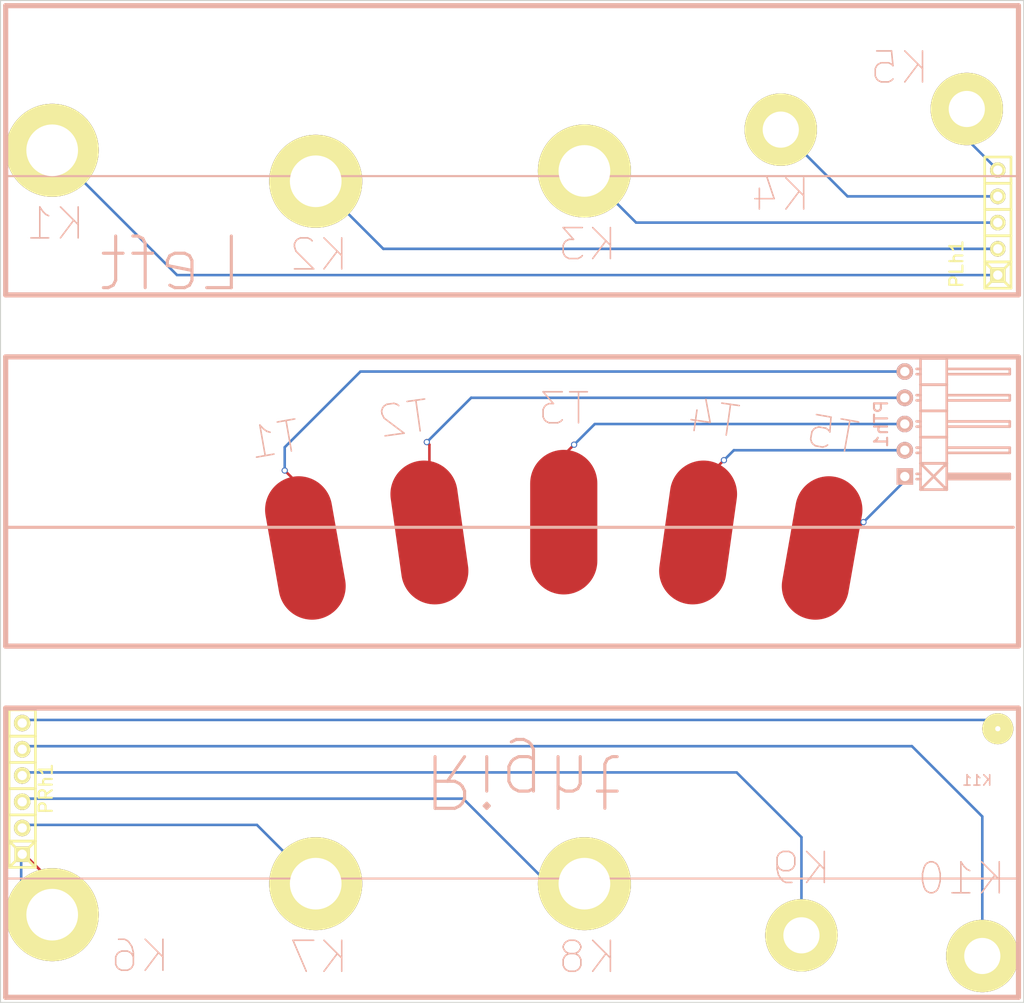
<source format=kicad_pcb>
(kicad_pcb (version 4) (host pcbnew 4.0.1-stable)

  (general
    (links 16)
    (no_connects 0)
    (area 35.449999 36.449999 137.6906 134.575)
    (thickness 1.6)
    (drawings 21)
    (tracks 55)
    (zones 0)
    (modules 19)
    (nets 17)
  )

  (page A4)
  (layers
    (0 F.Cu signal)
    (31 B.Cu signal)
    (32 B.Adhes user)
    (33 F.Adhes user)
    (34 B.Paste user)
    (35 F.Paste user)
    (36 B.SilkS user)
    (37 F.SilkS user)
    (38 B.Mask user)
    (39 F.Mask user)
    (40 Dwgs.User user)
    (41 Cmts.User user)
    (42 Eco1.User user)
    (43 Eco2.User user)
    (44 Edge.Cuts user)
    (45 Margin user)
    (46 B.CrtYd user)
    (47 F.CrtYd user)
    (48 B.Fab user)
    (49 F.Fab user)
  )

  (setup
    (last_trace_width 0.25)
    (trace_clearance 0.2)
    (zone_clearance 0.508)
    (zone_45_only no)
    (trace_min 0.2)
    (segment_width 0.5)
    (edge_width 0.1)
    (via_size 0.6)
    (via_drill 0.4)
    (via_min_size 0.4)
    (via_min_drill 0.3)
    (uvia_size 0.3)
    (uvia_drill 0.1)
    (uvias_allowed no)
    (uvia_min_size 0.2)
    (uvia_min_drill 0.1)
    (pcb_text_width 0.3)
    (pcb_text_size 4 4)
    (mod_edge_width 0.15)
    (mod_text_size 1 1)
    (mod_text_width 0.15)
    (pad_size 3 3)
    (pad_drill 0.5)
    (pad_to_mask_clearance 0)
    (aux_axis_origin 0 0)
    (visible_elements 7FFFFFFF)
    (pcbplotparams
      (layerselection 0x010fc_80000001)
      (usegerberextensions false)
      (excludeedgelayer true)
      (linewidth 0.100000)
      (plotframeref false)
      (viasonmask false)
      (mode 1)
      (useauxorigin false)
      (hpglpennumber 1)
      (hpglpenspeed 20)
      (hpglpendiameter 15)
      (hpglpenoverlay 2)
      (psnegative false)
      (psa4output false)
      (plotreference true)
      (plotvalue true)
      (plotinvisibletext false)
      (padsonsilk false)
      (subtractmaskfromsilk false)
      (outputformat 1)
      (mirror false)
      (drillshape 0)
      (scaleselection 1)
      (outputdirectory Gerb/))
  )

  (net 0 "")
  (net 1 "Net-(P1-Pad1)")
  (net 2 "Net-(P2-Pad1)")
  (net 3 "Net-(P3-Pad1)")
  (net 4 "Net-(P4-Pad1)")
  (net 5 "Net-(P5-Pad1)")
  (net 6 "Net-(P6-Pad1)")
  (net 7 "Net-(P7-Pad1)")
  (net 8 "Net-(P8-Pad1)")
  (net 9 "Net-(P9-Pad1)")
  (net 10 "Net-(P10-Pad1)")
  (net 11 "Net-(P11-Pad1)")
  (net 12 "Net-(PTh1-Pad1)")
  (net 13 "Net-(PTh1-Pad2)")
  (net 14 "Net-(PTh1-Pad3)")
  (net 15 "Net-(PTh1-Pad4)")
  (net 16 "Net-(PTh1-Pad5)")

  (net_class Default "This is the default net class."
    (clearance 0.2)
    (trace_width 0.25)
    (via_dia 0.6)
    (via_drill 0.4)
    (uvia_dia 0.3)
    (uvia_drill 0.1)
    (add_net "Net-(P1-Pad1)")
    (add_net "Net-(P10-Pad1)")
    (add_net "Net-(P11-Pad1)")
    (add_net "Net-(P2-Pad1)")
    (add_net "Net-(P3-Pad1)")
    (add_net "Net-(P4-Pad1)")
    (add_net "Net-(P5-Pad1)")
    (add_net "Net-(P6-Pad1)")
    (add_net "Net-(P7-Pad1)")
    (add_net "Net-(P8-Pad1)")
    (add_net "Net-(P9-Pad1)")
    (add_net "Net-(PTh1-Pad1)")
    (add_net "Net-(PTh1-Pad2)")
    (add_net "Net-(PTh1-Pad3)")
    (add_net "Net-(PTh1-Pad4)")
    (add_net "Net-(PTh1-Pad5)")
  )

  (module PIN_Hdr:RndKeyCon5 (layer F.Cu) (tedit 56C242EC) (tstamp 56BE17B7)
    (at 40.5 51)
    (path /56B626A0)
    (fp_text reference P1 (at 0.7 5.4) (layer F.SilkS) hide
      (effects (font (size 1 1) (thickness 0.15)))
    )
    (fp_text value K1 (at 0.3 7.1) (layer B.SilkS)
      (effects (font (size 3 3) (thickness 0.15)) (justify mirror))
    )
    (pad 1 thru_hole circle (at 0 0) (size 9 9) (drill 5) (layers *.Cu *.Mask F.SilkS)
      (net 1 "Net-(P1-Pad1)"))
  )

  (module PIN_Hdr:RndKeyCon5 (layer F.Cu) (tedit 56C242F1) (tstamp 56BE17BC)
    (at 66 54)
    (path /56B62793)
    (fp_text reference P2 (at 0.7 5.4) (layer F.SilkS) hide
      (effects (font (size 1 1) (thickness 0.15)))
    )
    (fp_text value K2 (at 0.3 7.1) (layer B.SilkS)
      (effects (font (size 3 3) (thickness 0.15)) (justify mirror))
    )
    (pad 1 thru_hole circle (at 0 0) (size 9 9) (drill 5) (layers *.Cu *.Mask F.SilkS)
      (net 2 "Net-(P2-Pad1)"))
  )

  (module PIN_Hdr:RndKeyCon5 (layer F.Cu) (tedit 56C242F6) (tstamp 56BE17C1)
    (at 92 53)
    (path /56B627C4)
    (fp_text reference P3 (at 0.7 5.4) (layer F.SilkS) hide
      (effects (font (size 1 1) (thickness 0.15)))
    )
    (fp_text value K3 (at 0.3 7.1) (layer B.SilkS)
      (effects (font (size 3 3) (thickness 0.15)) (justify mirror))
    )
    (pad 1 thru_hole circle (at 0 0) (size 9 9) (drill 5) (layers *.Cu *.Mask F.SilkS)
      (net 3 "Net-(P3-Pad1)"))
  )

  (module PIN_Hdr:TabKey3_5 (layer F.Cu) (tedit 56C242FA) (tstamp 56BE17C6)
    (at 111 49)
    (path /56B627FB)
    (fp_text reference P4 (at 0.5 4.6) (layer F.SilkS) hide
      (effects (font (size 1 1) (thickness 0.15)))
    )
    (fp_text value K4 (at 0 6.3) (layer B.SilkS)
      (effects (font (size 3 3) (thickness 0.15)) (justify mirror))
    )
    (pad 1 thru_hole circle (at 0 0) (size 7 7) (drill 3.5) (layers *.Cu *.Mask F.SilkS)
      (net 4 "Net-(P4-Pad1)"))
  )

  (module PIN_Hdr:TabKey3_5 (layer F.Cu) (tedit 56C242FF) (tstamp 56BE17CB)
    (at 129 47)
    (path /56B62876)
    (fp_text reference P5 (at 0.5 4.6) (layer F.SilkS) hide
      (effects (font (size 1 1) (thickness 0.15)))
    )
    (fp_text value K5 (at -6.5 -4) (layer B.SilkS)
      (effects (font (size 3 3) (thickness 0.15)) (justify mirror))
    )
    (pad 1 thru_hole circle (at 0 0) (size 7 7) (drill 3.5) (layers *.Cu *.Mask F.SilkS)
      (net 5 "Net-(P5-Pad1)"))
  )

  (module PIN_Hdr:RndKeyCon5 (layer F.Cu) (tedit 56D32CB5) (tstamp 56BE17D0)
    (at 40.5 125)
    (path /56BDCB8C)
    (fp_text reference P6 (at 0.7 5.4) (layer F.SilkS) hide
      (effects (font (size 1 1) (thickness 0.15)))
    )
    (fp_text value K6 (at 8.5 4 180) (layer B.SilkS)
      (effects (font (size 3 3) (thickness 0.15)) (justify mirror))
    )
    (pad 1 thru_hole circle (at 0 0) (size 9 9) (drill 5) (layers *.Cu *.Mask F.SilkS)
      (net 6 "Net-(P6-Pad1)"))
  )

  (module PIN_Hdr:RndKeyCon5 (layer F.Cu) (tedit 56C243D8) (tstamp 56BE17D5)
    (at 66 122)
    (path /56BDCF31)
    (fp_text reference P7 (at 0.7 5.4) (layer F.SilkS) hide
      (effects (font (size 1 1) (thickness 0.15)))
    )
    (fp_text value K7 (at 0.3 7.1) (layer B.SilkS)
      (effects (font (size 3 3) (thickness 0.15)) (justify mirror))
    )
    (pad 1 thru_hole circle (at 0 0) (size 9 9) (drill 5) (layers *.Cu *.Mask F.SilkS)
      (net 7 "Net-(P7-Pad1)"))
  )

  (module PIN_Hdr:RndKeyCon5 (layer F.Cu) (tedit 56C243E0) (tstamp 56BE17DA)
    (at 92 122)
    (path /56BDCFAC)
    (fp_text reference P8 (at 0.7 5.4) (layer F.SilkS) hide
      (effects (font (size 1 1) (thickness 0.15)))
    )
    (fp_text value K8 (at 0.3 7.1) (layer B.SilkS)
      (effects (font (size 3 3) (thickness 0.15)) (justify mirror))
    )
    (pad 1 thru_hole circle (at 0 0) (size 9 9) (drill 5) (layers *.Cu *.Mask F.SilkS)
      (net 8 "Net-(P8-Pad1)"))
  )

  (module PIN_Hdr:TabKey3_5 (layer F.Cu) (tedit 56C243E5) (tstamp 56BE17DF)
    (at 113 127)
    (path /56BDD061)
    (fp_text reference P9 (at 0.5 4.6) (layer F.SilkS) hide
      (effects (font (size 1 1) (thickness 0.15)))
    )
    (fp_text value K9 (at 0 -6.5) (layer B.SilkS)
      (effects (font (size 3 3) (thickness 0.15)) (justify mirror))
    )
    (pad 1 thru_hole circle (at 0 0) (size 7 7) (drill 3.5) (layers *.Cu *.Mask F.SilkS)
      (net 9 "Net-(P9-Pad1)"))
  )

  (module PIN_Hdr:TabKey3_5 (layer F.Cu) (tedit 56C243ED) (tstamp 56BE17E4)
    (at 130.5 129)
    (path /56BDD0D6)
    (fp_text reference P10 (at 0.5 4.6) (layer F.SilkS) hide
      (effects (font (size 1 1) (thickness 0.15)))
    )
    (fp_text value K10 (at -2 -7.5) (layer B.SilkS)
      (effects (font (size 3 3) (thickness 0.15)) (justify mirror))
    )
    (pad 1 thru_hole circle (at 0 0) (size 7 7) (drill 3.5) (layers *.Cu *.Mask F.SilkS)
      (net 10 "Net-(P10-Pad1)"))
  )

  (module PIN_Hdr:TabKey3_5 (layer F.Cu) (tedit 56C243F2) (tstamp 56BE17E9)
    (at 132 107)
    (path /56BDD149)
    (fp_text reference P11 (at 0.5 4.6) (layer F.SilkS) hide
      (effects (font (size 1 1) (thickness 0.15)))
    )
    (fp_text value K11 (at -2 5) (layer B.SilkS)
      (effects (font (size 1 1) (thickness 0.15)) (justify mirror))
    )
    (pad 1 thru_hole circle (at 0 0) (size 3 3) (drill 0.5) (layers *.Cu *.Mask F.SilkS)
      (net 11 "Net-(P11-Pad1)"))
  )

  (module PIN_Hdr:Pin_Header_1x05 (layer F.Cu) (tedit 56C22B67) (tstamp 56BE17F2)
    (at 132 58 90)
    (descr "1 pin")
    (tags "CONN DEV")
    (path /56B629F9)
    (fp_text reference PLh1 (at -4 -4 90) (layer F.SilkS)
      (effects (font (size 1.27 1.27) (thickness 0.2032)))
    )
    (fp_text value CONN_01X05 (at 0 4.5 90) (layer F.SilkS) hide
      (effects (font (size 1.27 1.27) (thickness 0.2032)))
    )
    (fp_line (start -3.81 -1.264) (end -6.35 1.276) (layer F.SilkS) (width 0.254))
    (fp_line (start -6.35 -1.264) (end -3.81 1.276) (layer F.SilkS) (width 0.254))
    (fp_line (start -3.81 -1.264) (end -6.35 -1.264) (layer F.SilkS) (width 0.254))
    (fp_line (start -3.81 1.276) (end -3.81 -1.264) (layer F.SilkS) (width 0.254))
    (fp_line (start -6.35 1.276) (end -3.81 1.276) (layer F.SilkS) (width 0.254))
    (fp_line (start -6.35 1.276) (end -6.35 -1.264) (layer F.SilkS) (width 0.254))
    (fp_line (start -1.27 1.276) (end -1.27 -1.264) (layer F.SilkS) (width 0.254))
    (fp_line (start -1.27 1.276) (end 1.27 1.276) (layer F.SilkS) (width 0.254))
    (fp_line (start 1.27 1.276) (end 1.27 -1.264) (layer F.SilkS) (width 0.254))
    (fp_line (start 1.27 -1.264) (end -1.27 -1.264) (layer F.SilkS) (width 0.254))
    (fp_line (start -1.27 -1.264) (end -3.81 -1.264) (layer F.SilkS) (width 0.254))
    (fp_line (start -1.27 1.276) (end -1.27 -1.264) (layer F.SilkS) (width 0.254))
    (fp_line (start -3.81 1.276) (end -1.27 1.276) (layer F.SilkS) (width 0.254))
    (fp_line (start -3.81 1.276) (end -3.81 -1.264) (layer F.SilkS) (width 0.254))
    (fp_line (start 3.81 1.276) (end 3.81 -1.264) (layer F.SilkS) (width 0.254))
    (fp_line (start 3.81 1.276) (end 6.35 1.276) (layer F.SilkS) (width 0.254))
    (fp_line (start 6.35 1.276) (end 6.35 -1.264) (layer F.SilkS) (width 0.254))
    (fp_line (start 6.35 -1.264) (end 3.81 -1.264) (layer F.SilkS) (width 0.254))
    (fp_line (start 3.81 -1.264) (end 1.27 -1.264) (layer F.SilkS) (width 0.254))
    (fp_line (start 3.81 1.276) (end 3.81 -1.264) (layer F.SilkS) (width 0.254))
    (fp_line (start 1.27 1.276) (end 3.81 1.276) (layer F.SilkS) (width 0.254))
    (fp_line (start 1.27 1.276) (end 1.27 -1.264) (layer F.SilkS) (width 0.254))
    (pad 1 thru_hole rect (at -5.08 0 90) (size 1.5 1.5) (drill 0.9) (layers *.Cu *.Mask F.SilkS)
      (net 1 "Net-(P1-Pad1)"))
    (pad 2 thru_hole oval (at -2.54 0 90) (size 1.5 1.5) (drill 0.9) (layers *.Cu *.Mask F.SilkS)
      (net 2 "Net-(P2-Pad1)"))
    (pad 3 thru_hole oval (at 0 0 90) (size 1.5 1.5) (drill 0.9) (layers *.Cu *.Mask F.SilkS)
      (net 3 "Net-(P3-Pad1)"))
    (pad 4 thru_hole oval (at 2.54 0 90) (size 1.5 1.5) (drill 0.9) (layers *.Cu *.Mask F.SilkS)
      (net 4 "Net-(P4-Pad1)"))
    (pad 5 thru_hole oval (at 5.08 0 90) (size 1.5 1.5) (drill 0.9) (layers *.Cu *.Mask F.SilkS)
      (net 5 "Net-(P5-Pad1)"))
    (model Pin_Headers/Pin_Header_Angled_1x05.wrl
      (at (xyz 0 0 0))
      (scale (xyz 1 1 1))
      (rotate (xyz 0 0 0))
    )
  )

  (module PIN_Hdr:Pin_Header_1x06 (layer F.Cu) (tedit 56BDD6BD) (tstamp 56BE17FC)
    (at 37.6 112.8 90)
    (descr "1 pin")
    (tags "CONN DEV")
    (path /56BDD319)
    (fp_text reference PRh1 (at 0 2.286 90) (layer F.SilkS)
      (effects (font (size 1.27 1.27) (thickness 0.2032)))
    )
    (fp_text value CONN_01X06 (at -5.75 2.5 90) (layer F.SilkS) hide
      (effects (font (size 1.27 1.27) (thickness 0.2032)))
    )
    (fp_line (start -5.08 -1.264) (end -7.62 1.276) (layer F.SilkS) (width 0.254))
    (fp_line (start -7.62 -1.264) (end -5.08 1.276) (layer F.SilkS) (width 0.254))
    (fp_line (start -7.62 1.276) (end -7.62 -1.264) (layer F.SilkS) (width 0.254))
    (fp_line (start -5.08 1.276) (end -5.08 -1.264) (layer F.SilkS) (width 0.254))
    (fp_line (start -5.08 1.276) (end -2.54 1.276) (layer F.SilkS) (width 0.254))
    (fp_line (start -2.54 1.276) (end -2.54 -1.264) (layer F.SilkS) (width 0.254))
    (fp_line (start -2.54 -1.264) (end -5.08 -1.264) (layer F.SilkS) (width 0.254))
    (fp_line (start -5.08 -1.264) (end -7.62 -1.264) (layer F.SilkS) (width 0.254))
    (fp_line (start -5.08 1.276) (end -5.08 -1.264) (layer F.SilkS) (width 0.254))
    (fp_line (start -7.62 1.276) (end -5.08 1.276) (layer F.SilkS) (width 0.254))
    (fp_line (start 2.54 1.276) (end 2.54 -1.264) (layer F.SilkS) (width 0.254))
    (fp_line (start 2.54 1.276) (end 5.08 1.276) (layer F.SilkS) (width 0.254))
    (fp_line (start 5.08 1.276) (end 5.08 -1.264) (layer F.SilkS) (width 0.254))
    (fp_line (start 5.08 -1.264) (end 2.54 -1.264) (layer F.SilkS) (width 0.254))
    (fp_line (start 7.62 -1.264) (end 5.08 -1.264) (layer F.SilkS) (width 0.254))
    (fp_line (start 7.62 1.276) (end 7.62 -1.264) (layer F.SilkS) (width 0.254))
    (fp_line (start 5.08 1.276) (end 7.62 1.276) (layer F.SilkS) (width 0.254))
    (fp_line (start 5.08 1.276) (end 5.08 -1.264) (layer F.SilkS) (width 0.254))
    (fp_line (start 0 1.276) (end 0 -1.264) (layer F.SilkS) (width 0.254))
    (fp_line (start 0 1.276) (end 2.54 1.276) (layer F.SilkS) (width 0.254))
    (fp_line (start 2.54 1.276) (end 2.54 -1.264) (layer F.SilkS) (width 0.254))
    (fp_line (start 2.54 -1.264) (end 0 -1.264) (layer F.SilkS) (width 0.254))
    (fp_line (start 0 -1.264) (end -2.54 -1.264) (layer F.SilkS) (width 0.254))
    (fp_line (start 0 1.276) (end 0 -1.264) (layer F.SilkS) (width 0.254))
    (fp_line (start -2.54 1.276) (end 0 1.276) (layer F.SilkS) (width 0.254))
    (fp_line (start -2.54 1.276) (end -2.54 -1.264) (layer F.SilkS) (width 0.254))
    (pad 1 thru_hole rect (at -6.35 0 90) (size 1.5 1.5) (drill 0.9) (layers *.Cu *.Mask F.SilkS)
      (net 6 "Net-(P6-Pad1)"))
    (pad 2 thru_hole oval (at -3.81 0 90) (size 1.6 1.6) (drill 0.9) (layers *.Cu *.Mask F.SilkS)
      (net 7 "Net-(P7-Pad1)"))
    (pad 3 thru_hole oval (at -1.27 0 90) (size 1.6 1.6) (drill 0.9) (layers *.Cu *.Mask F.SilkS)
      (net 8 "Net-(P8-Pad1)"))
    (pad 4 thru_hole oval (at 1.27 0 90) (size 1.6 1.6) (drill 0.9) (layers *.Cu *.Mask F.SilkS)
      (net 9 "Net-(P9-Pad1)"))
    (pad 5 thru_hole oval (at 3.81 0 90) (size 1.6 1.6) (drill 0.9) (layers *.Cu *.Mask F.SilkS)
      (net 10 "Net-(P10-Pad1)"))
    (pad 6 thru_hole oval (at 6.35 0 90) (size 1.6 1.6) (drill 0.9) (layers *.Cu *.Mask F.SilkS)
      (net 11 "Net-(P11-Pad1)"))
    (model Pin_Headers/Pin_Header_Angled_1x06.wrl
      (at (xyz 0 0 0))
      (scale (xyz 1 1 1))
      (rotate (xyz 0 0 0))
    )
  )

  (module PIN_Hdr:Pin_Header_Angled_1x05 (layer B.Cu) (tedit 56C22DBC) (tstamp 56BE1805)
    (at 123 77.5 90)
    (descr "1 pin")
    (tags "CONN DEV")
    (path /56B62C3C)
    (fp_text reference PTh1 (at 0 -2.286 90) (layer B.SilkS)
      (effects (font (size 1.27 1.27) (thickness 0.2032)) (justify mirror))
    )
    (fp_text value CONN_01X05 (at -14 5.5 90) (layer B.SilkS) hide
      (effects (font (size 1.27 1.27) (thickness 0.2032)) (justify mirror))
    )
    (fp_line (start -3.81 4.064) (end -6.35 1.524) (layer B.SilkS) (width 0.254))
    (fp_line (start -6.35 4.064) (end -3.81 1.524) (layer B.SilkS) (width 0.254))
    (fp_line (start -5.207 4.191) (end -5.207 10.033) (layer B.SilkS) (width 0.254))
    (fp_line (start -5.207 10.033) (end -4.953 10.033) (layer B.SilkS) (width 0.254))
    (fp_line (start -4.953 10.033) (end -4.953 4.191) (layer B.SilkS) (width 0.254))
    (fp_line (start -4.953 4.191) (end -5.08 4.191) (layer B.SilkS) (width 0.254))
    (fp_line (start -5.08 4.191) (end -5.08 10.033) (layer B.SilkS) (width 0.254))
    (fp_line (start -5.334 1.524) (end -5.334 1.143) (layer B.SilkS) (width 0.254))
    (fp_line (start -4.826 1.524) (end -4.826 1.143) (layer B.SilkS) (width 0.254))
    (fp_line (start -2.794 1.524) (end -2.794 1.143) (layer B.SilkS) (width 0.254))
    (fp_line (start -2.286 1.524) (end -2.286 1.143) (layer B.SilkS) (width 0.254))
    (fp_line (start -0.254 1.524) (end -0.254 1.143) (layer B.SilkS) (width 0.254))
    (fp_line (start 0.254 1.524) (end 0.254 1.143) (layer B.SilkS) (width 0.254))
    (fp_line (start 2.286 1.524) (end 2.286 1.143) (layer B.SilkS) (width 0.254))
    (fp_line (start 2.794 1.524) (end 2.794 1.143) (layer B.SilkS) (width 0.254))
    (fp_line (start 5.334 1.524) (end 5.334 1.143) (layer B.SilkS) (width 0.254))
    (fp_line (start 4.826 1.524) (end 4.826 1.143) (layer B.SilkS) (width 0.254))
    (fp_line (start -3.81 4.064) (end -6.35 4.064) (layer B.SilkS) (width 0.254))
    (fp_line (start -4.826 10.16) (end -4.826 4.064) (layer B.SilkS) (width 0.254))
    (fp_line (start -5.334 10.16) (end -4.826 10.16) (layer B.SilkS) (width 0.254))
    (fp_line (start -5.334 4.064) (end -5.334 10.16) (layer B.SilkS) (width 0.254))
    (fp_line (start -3.81 1.524) (end -3.81 4.064) (layer B.SilkS) (width 0.254))
    (fp_line (start -6.35 1.524) (end -3.81 1.524) (layer B.SilkS) (width 0.254))
    (fp_line (start -6.35 1.524) (end -6.35 4.064) (layer B.SilkS) (width 0.254))
    (fp_line (start -1.27 1.524) (end -1.27 4.064) (layer B.SilkS) (width 0.254))
    (fp_line (start -1.27 1.524) (end 1.27 1.524) (layer B.SilkS) (width 0.254))
    (fp_line (start 1.27 1.524) (end 1.27 4.064) (layer B.SilkS) (width 0.254))
    (fp_line (start -0.254 4.064) (end -0.254 10.16) (layer B.SilkS) (width 0.254))
    (fp_line (start -0.254 10.16) (end 0.254 10.16) (layer B.SilkS) (width 0.254))
    (fp_line (start 0.254 10.16) (end 0.254 4.064) (layer B.SilkS) (width 0.254))
    (fp_line (start 1.27 4.064) (end -1.27 4.064) (layer B.SilkS) (width 0.254))
    (fp_line (start -1.27 4.064) (end -3.81 4.064) (layer B.SilkS) (width 0.254))
    (fp_line (start -2.286 10.16) (end -2.286 4.064) (layer B.SilkS) (width 0.254))
    (fp_line (start -2.794 10.16) (end -2.286 10.16) (layer B.SilkS) (width 0.254))
    (fp_line (start -2.794 4.064) (end -2.794 10.16) (layer B.SilkS) (width 0.254))
    (fp_line (start -1.27 1.524) (end -1.27 4.064) (layer B.SilkS) (width 0.254))
    (fp_line (start -3.81 1.524) (end -1.27 1.524) (layer B.SilkS) (width 0.254))
    (fp_line (start -3.81 1.524) (end -3.81 4.064) (layer B.SilkS) (width 0.254))
    (fp_line (start 3.81 1.524) (end 3.81 4.064) (layer B.SilkS) (width 0.254))
    (fp_line (start 3.81 1.524) (end 6.35 1.524) (layer B.SilkS) (width 0.254))
    (fp_line (start 6.35 1.524) (end 6.35 4.064) (layer B.SilkS) (width 0.254))
    (fp_line (start 4.826 4.064) (end 4.826 10.16) (layer B.SilkS) (width 0.254))
    (fp_line (start 4.826 10.16) (end 5.334 10.16) (layer B.SilkS) (width 0.254))
    (fp_line (start 5.334 10.16) (end 5.334 4.064) (layer B.SilkS) (width 0.254))
    (fp_line (start 6.35 4.064) (end 3.81 4.064) (layer B.SilkS) (width 0.254))
    (fp_line (start 3.81 4.064) (end 1.27 4.064) (layer B.SilkS) (width 0.254))
    (fp_line (start 2.794 10.16) (end 2.794 4.064) (layer B.SilkS) (width 0.254))
    (fp_line (start 2.286 10.16) (end 2.794 10.16) (layer B.SilkS) (width 0.254))
    (fp_line (start 2.286 4.064) (end 2.286 10.16) (layer B.SilkS) (width 0.254))
    (fp_line (start 3.81 1.524) (end 3.81 4.064) (layer B.SilkS) (width 0.254))
    (fp_line (start 1.27 1.524) (end 3.81 1.524) (layer B.SilkS) (width 0.254))
    (fp_line (start 1.27 1.524) (end 1.27 4.064) (layer B.SilkS) (width 0.254))
    (pad 1 thru_hole rect (at -5.08 0 90) (size 1.6 1.6) (drill 0.9) (layers *.Cu *.Mask B.SilkS)
      (net 12 "Net-(PTh1-Pad1)"))
    (pad 2 thru_hole circle (at -2.54 0 90) (size 1.6 1.6) (drill 0.9) (layers *.Cu *.Mask B.SilkS)
      (net 13 "Net-(PTh1-Pad2)"))
    (pad 3 thru_hole circle (at 0 0 90) (size 1.6 1.6) (drill 0.9) (layers *.Cu *.Mask B.SilkS)
      (net 14 "Net-(PTh1-Pad3)"))
    (pad 4 thru_hole circle (at 2.54 0 90) (size 1.6 1.6) (drill 0.9) (layers *.Cu *.Mask B.SilkS)
      (net 15 "Net-(PTh1-Pad4)"))
    (pad 5 thru_hole circle (at 5.08 0 90) (size 1.6 1.6) (drill 0.9) (layers *.Cu *.Mask B.SilkS)
      (net 16 "Net-(PTh1-Pad5)"))
    (model Pin_Headers/Pin_Header_Angled_1x05.wrl
      (at (xyz 0 0 0))
      (scale (xyz 1 1 1))
      (rotate (xyz 0 0 0))
    )
  )

  (module PIN_Hdr:ThumbPad (layer F.Cu) (tedit 56C22D96) (tstamp 56BE180A)
    (at 65 89.5 100)
    (path /56B62C7B)
    (fp_text reference T1 (at 10.861426 -1.131117 190) (layer B.SilkS)
      (effects (font (size 3 3) (thickness 0.15)) (justify mirror))
    )
    (fp_text value T1 (at 8.342325 4.517257 100) (layer F.Fab) hide
      (effects (font (size 3 3) (thickness 0.15)))
    )
    (pad 1 smd oval (at 0 0 100) (size 14 6.5) (layers F.Cu F.Paste F.Mask)
      (net 16 "Net-(PTh1-Pad5)"))
  )

  (module PIN_Hdr:ThumbPad (layer F.Cu) (tedit 56C22D9D) (tstamp 56BE180F)
    (at 77 88 98)
    (path /56BDC77E)
    (fp_text reference T2 (at 11.240882 -0.944766 188) (layer B.SilkS)
      (effects (font (size 3 3) (thickness 0.15)) (justify mirror))
    )
    (fp_text value T2 (at 7.488569 -2.986861 98) (layer F.Fab) hide
      (effects (font (size 1 1) (thickness 0.15)))
    )
    (pad 1 smd oval (at 0 0 98) (size 14 6.5) (layers F.Cu F.Paste F.Mask)
      (net 15 "Net-(PTh1-Pad4)"))
  )

  (module PIN_Hdr:ThumbPad (layer F.Cu) (tedit 56C22DA2) (tstamp 56BE1814)
    (at 90 87 90)
    (path /56BDC803)
    (fp_text reference T3 (at 11 0 180) (layer B.SilkS)
      (effects (font (size 3 3) (thickness 0.15)) (justify mirror))
    )
    (fp_text value T3 (at 6 -4.5 90) (layer F.Fab) hide
      (effects (font (size 1 1) (thickness 0.15)))
    )
    (pad 1 smd oval (at 0 0 90) (size 14 6.5) (layers F.Cu F.Paste F.Mask)
      (net 14 "Net-(PTh1-Pad3)"))
  )

  (module PIN_Hdr:ThumbPad (layer F.Cu) (tedit 56C22DA6) (tstamp 56BE1819)
    (at 103 88 82)
    (path /56BDC8F4)
    (fp_text reference T4 (at 11.101708 -0.045502 172) (layer B.SilkS)
      (effects (font (size 3 3) (thickness 0.15)) (justify mirror))
    )
    (fp_text value T4 (at 6.444771 -4.44015 82) (layer F.Fab) hide
      (effects (font (size 1 1) (thickness 0.15)))
    )
    (pad 1 smd oval (at 0 0 82) (size 14 6.5) (layers F.Cu F.Paste F.Mask)
      (net 13 "Net-(PTh1-Pad2)"))
  )

  (module PIN_Hdr:ThumbPad (layer F.Cu) (tedit 56C22DAB) (tstamp 56BE181E)
    (at 115 89.5 80)
    (path /56BDC965)
    (fp_text reference T5 (at 11.006533 -0.925322 170) (layer B.SilkS)
      (effects (font (size 3 3) (thickness 0.15)) (justify mirror))
    )
    (fp_text value T5 (at 6.285886 -4.662364 80) (layer F.Fab) hide
      (effects (font (size 1 1) (thickness 0.15)))
    )
    (pad 1 smd oval (at 0 0 80) (size 14 6.5) (layers F.Cu F.Paste F.Mask)
      (net 12 "Net-(PTh1-Pad1)"))
  )

  (gr_line (start 134.5 133.5) (end 35.5 133.5) (angle 90) (layer Edge.Cuts) (width 0.1))
  (gr_line (start 134.5 36.5) (end 134.5 133.5) (angle 90) (layer Edge.Cuts) (width 0.1))
  (gr_line (start 35.5 36.5) (end 134.5 36.5) (angle 90) (layer Edge.Cuts) (width 0.1))
  (gr_line (start 35.5 133.5) (end 35.5 36.5) (angle 90) (layer Edge.Cuts) (width 0.1))
  (gr_line (start 36 87.5) (end 133.5 87.5) (angle 90) (layer B.SilkS) (width 0.3))
  (gr_line (start 134 37) (end 36 37) (angle 90) (layer B.SilkS) (width 0.5))
  (gr_line (start 134 65) (end 134 37) (angle 90) (layer B.SilkS) (width 0.5))
  (gr_line (start 36 65) (end 134 65) (angle 90) (layer B.SilkS) (width 0.5))
  (gr_line (start 36 37) (end 36 65) (angle 90) (layer B.SilkS) (width 0.5))
  (gr_line (start 36 133) (end 36 105) (angle 90) (layer B.SilkS) (width 0.5))
  (gr_line (start 134 133) (end 36 133) (angle 90) (layer B.SilkS) (width 0.5))
  (gr_line (start 134 105) (end 134 133) (angle 90) (layer B.SilkS) (width 0.5))
  (gr_line (start 36 105) (end 134 105) (angle 90) (layer B.SilkS) (width 0.5))
  (gr_line (start 134 71) (end 36 71) (angle 90) (layer B.SilkS) (width 0.5))
  (gr_line (start 134 99) (end 134 71) (angle 90) (layer B.SilkS) (width 0.5))
  (gr_line (start 36 99) (end 134 99) (angle 90) (layer B.SilkS) (width 0.5))
  (gr_line (start 36 71) (end 36 99) (angle 90) (layer B.SilkS) (width 0.5))
  (gr_text Right (at 86 112 180) (layer B.SilkS)
    (effects (font (size 5 5) (thickness 0.3)) (justify mirror))
  )
  (gr_text Left (at 52 62) (layer B.SilkS)
    (effects (font (size 5 5) (thickness 0.3)) (justify mirror))
  )
  (gr_line (start 36 121.5) (end 134 121.5) (angle 90) (layer B.SilkS) (width 0.2))
  (gr_line (start 36 53.5) (end 134 53.5) (angle 90) (layer B.SilkS) (width 0.2))

  (segment (start 132 63.08) (end 52.58 63.08) (width 0.25) (layer B.Cu) (net 1))
  (segment (start 52.58 63.08) (end 40.5 51) (width 0.25) (layer B.Cu) (net 1) (tstamp 56C24280))
  (segment (start 40.5 51) (end 40.5 55) (width 0.25) (layer F.Cu) (net 1))
  (segment (start 132 60.54) (end 72.54 60.54) (width 0.25) (layer B.Cu) (net 2))
  (segment (start 72.54 60.54) (end 66 54) (width 0.25) (layer B.Cu) (net 2) (tstamp 56C24290))
  (segment (start 132 58) (end 97 58) (width 0.25) (layer B.Cu) (net 3))
  (segment (start 97 58) (end 92 53) (width 0.25) (layer B.Cu) (net 3) (tstamp 56C242AB))
  (segment (start 132 55.46) (end 117.46 55.46) (width 0.25) (layer B.Cu) (net 4))
  (segment (start 117.46 55.46) (end 111 49) (width 0.25) (layer B.Cu) (net 4) (tstamp 56C242C3))
  (segment (start 129 47) (end 129 49.92) (width 0.25) (layer B.Cu) (net 5))
  (segment (start 129 49.92) (end 132 52.92) (width 0.25) (layer B.Cu) (net 5) (tstamp 56C242CE))
  (segment (start 37.5 118.85) (end 37.5 122) (width 0.25) (layer B.Cu) (net 6))
  (segment (start 37.5 122) (end 40.5 125) (width 0.25) (layer B.Cu) (net 6) (tstamp 56C24438))
  (segment (start 40.5 125) (end 40.5 121.85) (width 0.25) (layer F.Cu) (net 6))
  (segment (start 40.5 121.85) (end 37.5 118.85) (width 0.25) (layer F.Cu) (net 6) (tstamp 56C22EF2))
  (segment (start 37.5 116.31) (end 60.31 116.31) (width 0.25) (layer B.Cu) (net 7))
  (segment (start 60.31 116.31) (end 66 122) (width 0.25) (layer B.Cu) (net 7) (tstamp 56C24434))
  (segment (start 92 122) (end 88.5 122) (width 0.25) (layer B.Cu) (net 8))
  (segment (start 88.5 122) (end 80.27 113.77) (width 0.25) (layer B.Cu) (net 8) (tstamp 56C24420))
  (segment (start 80.27 113.77) (end 37.5 113.77) (width 0.25) (layer B.Cu) (net 8) (tstamp 56C24430))
  (segment (start 37.5 111.23) (end 106.73 111.23) (width 0.25) (layer B.Cu) (net 9))
  (segment (start 113 117.5) (end 113 127) (width 0.25) (layer B.Cu) (net 9) (tstamp 56C24414))
  (segment (start 106.73 111.23) (end 113 117.5) (width 0.25) (layer B.Cu) (net 9) (tstamp 56C24410))
  (segment (start 37.5 108.69) (end 123.69 108.69) (width 0.25) (layer B.Cu) (net 10))
  (segment (start 130.5 115.5) (end 130.5 129) (width 0.25) (layer B.Cu) (net 10) (tstamp 56C2440C))
  (segment (start 123.69 108.69) (end 130.5 115.5) (width 0.25) (layer B.Cu) (net 10) (tstamp 56C24402))
  (segment (start 37.5 106.15) (end 131.15 106.15) (width 0.25) (layer B.Cu) (net 11))
  (segment (start 131.15 106.15) (end 132 107) (width 0.25) (layer B.Cu) (net 11) (tstamp 56C243FD))
  (segment (start 131.15 106.15) (end 132 107) (width 0.25) (layer F.Cu) (net 11) (tstamp 56C22ED2))
  (segment (start 123 82.58) (end 123 83) (width 0.25) (layer B.Cu) (net 12))
  (segment (start 123 83) (end 119 87) (width 0.25) (layer B.Cu) (net 12) (tstamp 56C22EC3))
  (via (at 119 87) (size 0.6) (drill 0.4) (layers F.Cu B.Cu) (net 12))
  (segment (start 119 87) (end 116.5 89.5) (width 0.25) (layer F.Cu) (net 12) (tstamp 56C22EC8))
  (segment (start 116.5 89.5) (end 115 89.5) (width 0.25) (layer F.Cu) (net 12) (tstamp 56C22EC9))
  (segment (start 123 80.04) (end 106.46 80.04) (width 0.25) (layer B.Cu) (net 13))
  (segment (start 105.5 81) (end 103 83.5) (width 0.25) (layer F.Cu) (net 13) (tstamp 56C22EBE))
  (via (at 105.5 81) (size 0.6) (drill 0.4) (layers F.Cu B.Cu) (net 13))
  (segment (start 106.46 80.04) (end 105.5 81) (width 0.25) (layer B.Cu) (net 13) (tstamp 56C22EB9))
  (segment (start 103 83.5) (end 103 88) (width 0.25) (layer F.Cu) (net 13) (tstamp 56C22EBF))
  (segment (start 123 77.5) (end 93 77.5) (width 0.25) (layer B.Cu) (net 14))
  (segment (start 91 79.5) (end 90 80.5) (width 0.25) (layer F.Cu) (net 14) (tstamp 56C22EB4))
  (via (at 91 79.5) (size 0.6) (drill 0.4) (layers F.Cu B.Cu) (net 14))
  (segment (start 93 77.5) (end 91 79.5) (width 0.25) (layer B.Cu) (net 14) (tstamp 56C22EAE))
  (segment (start 90 80.5) (end 90 87) (width 0.25) (layer F.Cu) (net 14) (tstamp 56C22EB5))
  (segment (start 123 74.96) (end 81.04 74.96) (width 0.25) (layer B.Cu) (net 15))
  (segment (start 77 79.5) (end 77 88) (width 0.25) (layer F.Cu) (net 15) (tstamp 56C22EA7))
  (segment (start 76.75 79.25) (end 77 79.5) (width 0.25) (layer F.Cu) (net 15) (tstamp 56C22EA6))
  (via (at 76.75 79.25) (size 0.6) (drill 0.4) (layers F.Cu B.Cu) (net 15))
  (segment (start 81.04 74.96) (end 76.75 79.25) (width 0.25) (layer B.Cu) (net 15) (tstamp 56C22E9B))
  (segment (start 123 72.42) (end 70.33 72.42) (width 0.25) (layer B.Cu) (net 16))
  (segment (start 63 82) (end 65 84) (width 0.25) (layer F.Cu) (net 16) (tstamp 56C22E92))
  (via (at 63 82) (size 0.6) (drill 0.4) (layers F.Cu B.Cu) (net 16))
  (segment (start 63 79.75) (end 63 82) (width 0.25) (layer B.Cu) (net 16) (tstamp 56C22E89))
  (segment (start 70.33 72.42) (end 63 79.75) (width 0.25) (layer B.Cu) (net 16) (tstamp 56C22E71))
  (segment (start 65 84) (end 65 89.5) (width 0.25) (layer F.Cu) (net 16) (tstamp 56C22E93))

)

</source>
